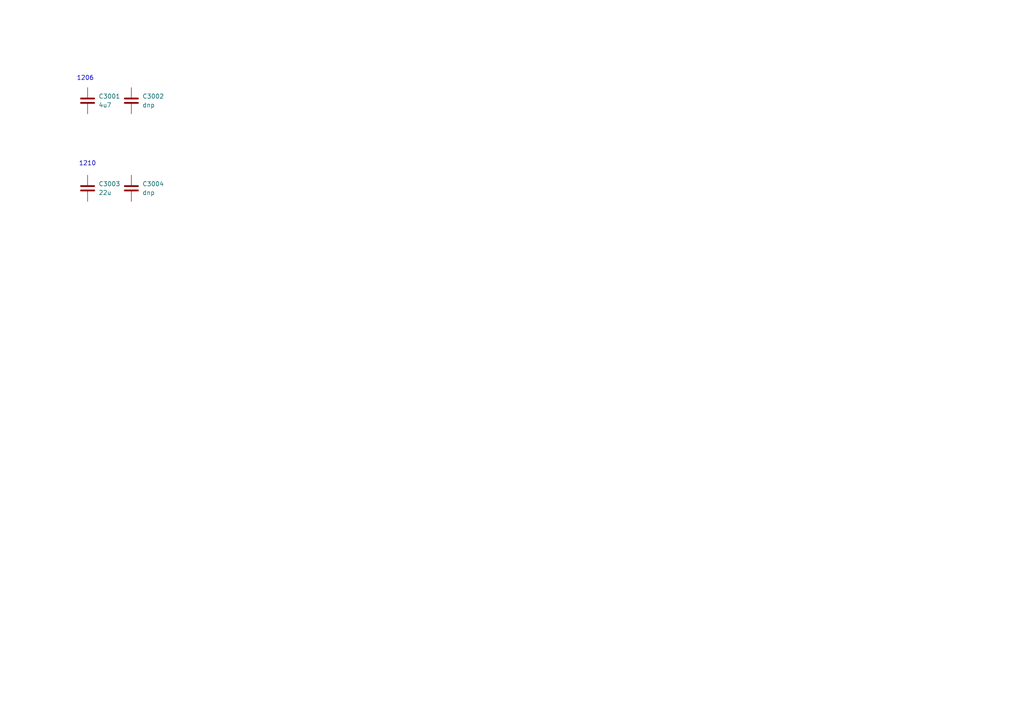
<source format=kicad_sch>
(kicad_sch
	(version 20250114)
	(generator "eeschema")
	(generator_version "9.0")
	(uuid "4239f3a3-5761-4a6b-8cc5-58e849baa203")
	(paper "A4")
	(title_block
		(title "Capacitors")
		(date "2025-02-13")
		(rev "1")
		(comment 1 "-")
		(comment 2 "-")
	)
	(lib_symbols
		(symbol "lily_symbols:cap_22u_25V_10%_X7R_1210"
			(pin_numbers
				(hide yes)
			)
			(pin_names
				(offset 0)
				(hide yes)
			)
			(exclude_from_sim no)
			(in_bom yes)
			(on_board yes)
			(property "Reference" "C"
				(at 3.175 -2.54 0)
				(effects
					(font
						(size 1.27 1.27)
					)
					(justify left)
				)
			)
			(property "Value" "22u"
				(at 3.175 -5.08 0)
				(effects
					(font
						(size 1.27 1.27)
					)
					(justify left)
				)
			)
			(property "Footprint" "lily_footprints:cap_1210"
				(at 0 -15.24 0)
				(effects
					(font
						(size 1.27 1.27)
					)
					(hide yes)
				)
			)
			(property "Datasheet" ""
				(at 0 -3.81 0)
				(effects
					(font
						(size 1.27 1.27)
					)
					(hide yes)
				)
			)
			(property "Description" ""
				(at 0 0 0)
				(effects
					(font
						(size 1.27 1.27)
					)
					(hide yes)
				)
			)
			(property "Revision" "1"
				(at 0 -10.16 0)
				(effects
					(font
						(size 1.27 1.27)
					)
					(hide yes)
				)
			)
			(property "Status" "Active"
				(at 0 -12.7 0)
				(effects
					(font
						(size 1.27 1.27)
					)
					(hide yes)
				)
			)
			(property "Manufacturer" "Samwha Capacitor"
				(at 0 -17.78 0)
				(effects
					(font
						(size 1.27 1.27)
					)
					(hide yes)
				)
			)
			(property "Manufacturer_ID" "CS3225X7R226K250NRL"
				(at 0 -20.32 0)
				(effects
					(font
						(size 1.27 1.27)
					)
					(hide yes)
				)
			)
			(property "Lily_ID" "1912-42207"
				(at 0 -22.86 0)
				(effects
					(font
						(size 1.27 1.27)
					)
					(hide yes)
				)
			)
			(property "JLCPCB_ID" "C2918511"
				(at 0 -25.4 0)
				(effects
					(font
						(size 1.27 1.27)
					)
					(hide yes)
				)
			)
			(property "JLCPCB_STATUS" "Extended"
				(at 0 -27.94 0)
				(effects
					(font
						(size 1.27 1.27)
					)
					(hide yes)
				)
			)
			(symbol "cap_22u_25V_10%_X7R_1210_0_1"
				(polyline
					(pts
						(xy -1.905 -3.175) (xy 1.905 -3.175)
					)
					(stroke
						(width 0.508)
						(type default)
					)
					(fill
						(type none)
					)
				)
				(polyline
					(pts
						(xy -1.905 -4.445) (xy 1.905 -4.445)
					)
					(stroke
						(width 0.508)
						(type default)
					)
					(fill
						(type none)
					)
				)
			)
			(symbol "cap_22u_25V_10%_X7R_1210_1_1"
				(pin passive line
					(at 0 0 270)
					(length 3.175)
					(name "~"
						(effects
							(font
								(size 1.27 1.27)
							)
						)
					)
					(number "1"
						(effects
							(font
								(size 1.27 1.27)
							)
						)
					)
				)
				(pin passive line
					(at 0 -7.62 90)
					(length 3.175)
					(name "~"
						(effects
							(font
								(size 1.27 1.27)
							)
						)
					)
					(number "2"
						(effects
							(font
								(size 1.27 1.27)
							)
						)
					)
				)
			)
			(embedded_fonts no)
		)
		(symbol "lily_symbols:cap_4u7_50V_10%_X7R_1206"
			(pin_numbers
				(hide yes)
			)
			(pin_names
				(offset 0)
				(hide yes)
			)
			(exclude_from_sim no)
			(in_bom yes)
			(on_board yes)
			(property "Reference" "C"
				(at 3.175 -2.54 0)
				(effects
					(font
						(size 1.27 1.27)
					)
					(justify left)
				)
			)
			(property "Value" "4u7"
				(at 3.175 -5.08 0)
				(effects
					(font
						(size 1.27 1.27)
					)
					(justify left)
				)
			)
			(property "Footprint" "lily_footprints:cap_1206"
				(at 0 -15.24 0)
				(effects
					(font
						(size 1.27 1.27)
					)
					(hide yes)
				)
			)
			(property "Datasheet" ""
				(at 0 -3.81 0)
				(effects
					(font
						(size 1.27 1.27)
					)
					(hide yes)
				)
			)
			(property "Description" ""
				(at 0 0 0)
				(effects
					(font
						(size 1.27 1.27)
					)
					(hide yes)
				)
			)
			(property "Revision" "1"
				(at 0 -10.16 0)
				(effects
					(font
						(size 1.27 1.27)
					)
					(hide yes)
				)
			)
			(property "Status" "Active"
				(at 0 -12.7 0)
				(effects
					(font
						(size 1.27 1.27)
					)
					(hide yes)
				)
			)
			(property "Manufacturer" "Guangdong Fenghua Advanced Tech"
				(at 0 -17.78 0)
				(effects
					(font
						(size 1.27 1.27)
					)
					(hide yes)
				)
			)
			(property "Manufacturer_ID" "1206B475K500NT"
				(at 0 -20.32 0)
				(effects
					(font
						(size 1.27 1.27)
					)
					(hide yes)
				)
			)
			(property "Lily_ID" "1912-24706"
				(at 0 -22.86 0)
				(effects
					(font
						(size 1.27 1.27)
					)
					(hide yes)
				)
			)
			(property "JLCPCB_ID" "C29823"
				(at 0 -25.4 0)
				(effects
					(font
						(size 1.27 1.27)
					)
					(hide yes)
				)
			)
			(property "JLCPCB_STATUS" "Basic"
				(at 0 -27.94 0)
				(effects
					(font
						(size 1.27 1.27)
					)
					(hide yes)
				)
			)
			(symbol "cap_4u7_50V_10%_X7R_1206_0_1"
				(polyline
					(pts
						(xy -1.905 -3.175) (xy 1.905 -3.175)
					)
					(stroke
						(width 0.508)
						(type default)
					)
					(fill
						(type none)
					)
				)
				(polyline
					(pts
						(xy -1.905 -4.445) (xy 1.905 -4.445)
					)
					(stroke
						(width 0.508)
						(type default)
					)
					(fill
						(type none)
					)
				)
			)
			(symbol "cap_4u7_50V_10%_X7R_1206_1_1"
				(pin passive line
					(at 0 0 270)
					(length 3.175)
					(name "~"
						(effects
							(font
								(size 1.27 1.27)
							)
						)
					)
					(number "1"
						(effects
							(font
								(size 1.27 1.27)
							)
						)
					)
				)
				(pin passive line
					(at 0 -7.62 90)
					(length 3.175)
					(name "~"
						(effects
							(font
								(size 1.27 1.27)
							)
						)
					)
					(number "2"
						(effects
							(font
								(size 1.27 1.27)
							)
						)
					)
				)
			)
			(embedded_fonts no)
		)
		(symbol "lily_symbols:cap_do_not_populate_1206"
			(pin_numbers
				(hide yes)
			)
			(pin_names
				(offset 0)
				(hide yes)
			)
			(exclude_from_sim no)
			(in_bom yes)
			(on_board yes)
			(property "Reference" "C"
				(at 3.175 -2.54 0)
				(effects
					(font
						(size 1.27 1.27)
					)
					(justify left)
				)
			)
			(property "Value" "dnp"
				(at 3.175 -5.08 0)
				(effects
					(font
						(size 1.27 1.27)
					)
					(justify left)
				)
			)
			(property "Footprint" "lily_footprints:cap_1206_dnp"
				(at 0 -12.065 0)
				(effects
					(font
						(size 1.27 1.27)
					)
					(hide yes)
				)
			)
			(property "Datasheet" ""
				(at 0 -3.81 0)
				(effects
					(font
						(size 1.27 1.27)
					)
					(hide yes)
				)
			)
			(property "Description" ""
				(at 0 0 0)
				(effects
					(font
						(size 1.27 1.27)
					)
					(hide yes)
				)
			)
			(property "Revision" "1"
				(at 0 -10.16 0)
				(effects
					(font
						(size 1.27 1.27)
					)
					(hide yes)
				)
			)
			(symbol "cap_do_not_populate_1206_0_1"
				(polyline
					(pts
						(xy -1.905 -3.175) (xy 1.905 -3.175)
					)
					(stroke
						(width 0.508)
						(type default)
					)
					(fill
						(type none)
					)
				)
				(polyline
					(pts
						(xy -1.905 -4.445) (xy 1.905 -4.445)
					)
					(stroke
						(width 0.508)
						(type default)
					)
					(fill
						(type none)
					)
				)
			)
			(symbol "cap_do_not_populate_1206_1_1"
				(pin passive line
					(at 0 0 270)
					(length 3.175)
					(name "~"
						(effects
							(font
								(size 1.27 1.27)
							)
						)
					)
					(number "1"
						(effects
							(font
								(size 1.27 1.27)
							)
						)
					)
				)
				(pin passive line
					(at 0 -7.62 90)
					(length 3.175)
					(name "~"
						(effects
							(font
								(size 1.27 1.27)
							)
						)
					)
					(number "2"
						(effects
							(font
								(size 1.27 1.27)
							)
						)
					)
				)
			)
			(embedded_fonts no)
		)
		(symbol "lily_symbols:cap_do_not_populate_1210"
			(pin_numbers
				(hide yes)
			)
			(pin_names
				(offset 0)
				(hide yes)
			)
			(exclude_from_sim no)
			(in_bom yes)
			(on_board yes)
			(property "Reference" "C"
				(at 3.175 -2.54 0)
				(effects
					(font
						(size 1.27 1.27)
					)
					(justify left)
				)
			)
			(property "Value" "dnp"
				(at 3.175 -5.08 0)
				(effects
					(font
						(size 1.27 1.27)
					)
					(justify left)
				)
			)
			(property "Footprint" "lily_footprints:cap_1210_dnp"
				(at 0 -12.065 0)
				(effects
					(font
						(size 1.27 1.27)
					)
					(hide yes)
				)
			)
			(property "Datasheet" ""
				(at 0 -3.81 0)
				(effects
					(font
						(size 1.27 1.27)
					)
					(hide yes)
				)
			)
			(property "Description" ""
				(at 0 0 0)
				(effects
					(font
						(size 1.27 1.27)
					)
					(hide yes)
				)
			)
			(property "Revision" "1"
				(at 0 -10.16 0)
				(effects
					(font
						(size 1.27 1.27)
					)
					(hide yes)
				)
			)
			(symbol "cap_do_not_populate_1210_0_1"
				(polyline
					(pts
						(xy -1.905 -3.175) (xy 1.905 -3.175)
					)
					(stroke
						(width 0.508)
						(type default)
					)
					(fill
						(type none)
					)
				)
				(polyline
					(pts
						(xy -1.905 -4.445) (xy 1.905 -4.445)
					)
					(stroke
						(width 0.508)
						(type default)
					)
					(fill
						(type none)
					)
				)
			)
			(symbol "cap_do_not_populate_1210_1_1"
				(pin passive line
					(at 0 0 270)
					(length 3.175)
					(name "~"
						(effects
							(font
								(size 1.27 1.27)
							)
						)
					)
					(number "1"
						(effects
							(font
								(size 1.27 1.27)
							)
						)
					)
				)
				(pin passive line
					(at 0 -7.62 90)
					(length 3.175)
					(name "~"
						(effects
							(font
								(size 1.27 1.27)
							)
						)
					)
					(number "2"
						(effects
							(font
								(size 1.27 1.27)
							)
						)
					)
				)
			)
			(embedded_fonts no)
		)
	)
	(text "1210"
		(exclude_from_sim no)
		(at 22.86 48.26 0)
		(effects
			(font
				(size 1.27 1.27)
			)
			(justify left bottom)
		)
		(uuid "0739bfbe-febf-4dbd-b311-b49c72e6c96c")
	)
	(text "1206"
		(exclude_from_sim no)
		(at 22.225 23.495 0)
		(effects
			(font
				(size 1.27 1.27)
			)
			(justify left bottom)
		)
		(uuid "9d3d6a72-4f3f-4fdf-8411-191494f0f84c")
	)
	(symbol
		(lib_id "lily_symbols:cap_4u7_50V_10%_X7R_1206")
		(at 25.4 25.4 0)
		(unit 1)
		(exclude_from_sim no)
		(in_bom yes)
		(on_board yes)
		(dnp no)
		(uuid "0565e81c-d241-435d-9e99-910ef5e3c416")
		(property "Reference" "C3001"
			(at 28.575 27.94 0)
			(effects
				(font
					(size 1.27 1.27)
				)
				(justify left)
			)
		)
		(property "Value" "4u7"
			(at 28.575 30.48 0)
			(effects
				(font
					(size 1.27 1.27)
				)
				(justify left)
			)
		)
		(property "Footprint" "lily_footprints:cap_1206"
			(at 25.4 40.64 0)
			(effects
				(font
					(size 1.27 1.27)
				)
				(hide yes)
			)
		)
		(property "Datasheet" ""
			(at 25.4 29.21 0)
			(effects
				(font
					(size 1.27 1.27)
				)
				(hide yes)
			)
		)
		(property "Description" ""
			(at 25.4 25.4 0)
			(effects
				(font
					(size 1.27 1.27)
				)
				(hide yes)
			)
		)
		(property "Revision" "1"
			(at 25.4 35.56 0)
			(effects
				(font
					(size 1.27 1.27)
				)
				(hide yes)
			)
		)
		(property "Status" "Active"
			(at 25.4 38.1 0)
			(effects
				(font
					(size 1.27 1.27)
				)
				(hide yes)
			)
		)
		(property "Manufacturer" "Guangdong Fenghua Advanced Tech"
			(at 25.4 43.18 0)
			(effects
				(font
					(size 1.27 1.27)
				)
				(hide yes)
			)
		)
		(property "Manufacturer_ID" "1206B475K500NT"
			(at 25.4 45.72 0)
			(effects
				(font
					(size 1.27 1.27)
				)
				(hide yes)
			)
		)
		(property "Lily_ID" "1912-24706"
			(at 25.4 48.26 0)
			(effects
				(font
					(size 1.27 1.27)
				)
				(hide yes)
			)
		)
		(property "JLCPCB_ID" "C29823"
			(at 25.4 50.8 0)
			(effects
				(font
					(size 1.27 1.27)
				)
				(hide yes)
			)
		)
		(property "JLCPCB_STATUS" "Basic"
			(at 25.4 53.34 0)
			(effects
				(font
					(size 1.27 1.27)
				)
				(hide yes)
			)
		)
		(pin "1"
			(uuid "3f8a9153-c7e8-420b-9e56-2716a23780da")
		)
		(pin "2"
			(uuid "439fc010-9c41-4ae3-b8b9-e80d9bedbbb1")
		)
		(instances
			(project ""
				(path "/e63e39d7-6ac0-4ffd-8aa3-1841a4541b55/1d164094-f4c1-44db-89b1-f501c3d63dea"
					(reference "C3001")
					(unit 1)
				)
			)
		)
	)
	(symbol
		(lib_id "lily_symbols:cap_22u_25V_10%_X7R_1210")
		(at 25.4 50.8 0)
		(unit 1)
		(exclude_from_sim no)
		(in_bom yes)
		(on_board yes)
		(dnp no)
		(uuid "089b8c34-55d4-4b02-81eb-00e738f24f9d")
		(property "Reference" "C3003"
			(at 28.575 53.34 0)
			(effects
				(font
					(size 1.27 1.27)
				)
				(justify left)
			)
		)
		(property "Value" "22u"
			(at 28.575 55.88 0)
			(effects
				(font
					(size 1.27 1.27)
				)
				(justify left)
			)
		)
		(property "Footprint" "lily_footprints:cap_1210"
			(at 25.4 66.04 0)
			(effects
				(font
					(size 1.27 1.27)
				)
				(hide yes)
			)
		)
		(property "Datasheet" ""
			(at 25.4 54.61 0)
			(effects
				(font
					(size 1.27 1.27)
				)
				(hide yes)
			)
		)
		(property "Description" ""
			(at 25.4 50.8 0)
			(effects
				(font
					(size 1.27 1.27)
				)
				(hide yes)
			)
		)
		(property "Revision" "1"
			(at 25.4 60.96 0)
			(effects
				(font
					(size 1.27 1.27)
				)
				(hide yes)
			)
		)
		(property "Status" "Active"
			(at 25.4 63.5 0)
			(effects
				(font
					(size 1.27 1.27)
				)
				(hide yes)
			)
		)
		(property "Manufacturer" "Samwha Capacitor"
			(at 25.4 68.58 0)
			(effects
				(font
					(size 1.27 1.27)
				)
				(hide yes)
			)
		)
		(property "Manufacturer_ID" "CS3225X7R226K250NRL"
			(at 25.4 71.12 0)
			(effects
				(font
					(size 1.27 1.27)
				)
				(hide yes)
			)
		)
		(property "Lily_ID" "1912-42207"
			(at 25.4 73.66 0)
			(effects
				(font
					(size 1.27 1.27)
				)
				(hide yes)
			)
		)
		(property "JLCPCB_ID" "C2918511"
			(at 25.4 76.2 0)
			(effects
				(font
					(size 1.27 1.27)
				)
				(hide yes)
			)
		)
		(property "JLCPCB_STATUS" "Extended"
			(at 25.4 78.74 0)
			(effects
				(font
					(size 1.27 1.27)
				)
				(hide yes)
			)
		)
		(pin "1"
			(uuid "f689afd7-a81f-4eee-b1ab-408b84ea8549")
		)
		(pin "2"
			(uuid "6eb590f0-5d1f-43a4-8bef-a741f0711c2a")
		)
		(instances
			(project ""
				(path "/e63e39d7-6ac0-4ffd-8aa3-1841a4541b55/1d164094-f4c1-44db-89b1-f501c3d63dea"
					(reference "C3003")
					(unit 1)
				)
			)
		)
	)
	(symbol
		(lib_id "lily_symbols:cap_do_not_populate_1206")
		(at 38.1 25.4 0)
		(unit 1)
		(exclude_from_sim no)
		(in_bom yes)
		(on_board yes)
		(dnp no)
		(uuid "1a60f3b4-9ee8-438c-97b7-840f00da9007")
		(property "Reference" "C3002"
			(at 41.275 27.94 0)
			(effects
				(font
					(size 1.27 1.27)
				)
				(justify left)
			)
		)
		(property "Value" "dnp"
			(at 41.275 30.48 0)
			(effects
				(font
					(size 1.27 1.27)
				)
				(justify left)
			)
		)
		(property "Footprint" "lily_footprints:cap_1206_dnp"
			(at 38.1 37.465 0)
			(effects
				(font
					(size 1.27 1.27)
				)
				(hide yes)
			)
		)
		(property "Datasheet" ""
			(at 38.1 29.21 0)
			(effects
				(font
					(size 1.27 1.27)
				)
				(hide yes)
			)
		)
		(property "Description" ""
			(at 38.1 25.4 0)
			(effects
				(font
					(size 1.27 1.27)
				)
				(hide yes)
			)
		)
		(property "Revision" "1"
			(at 38.1 35.56 0)
			(effects
				(font
					(size 1.27 1.27)
				)
				(hide yes)
			)
		)
		(pin "2"
			(uuid "c306fd4f-3121-44e7-b98e-7018db58852a")
		)
		(pin "1"
			(uuid "b2d346d2-cb3b-421b-b2de-8a2dd8b5e126")
		)
		(instances
			(project ""
				(path "/e63e39d7-6ac0-4ffd-8aa3-1841a4541b55/1d164094-f4c1-44db-89b1-f501c3d63dea"
					(reference "C3002")
					(unit 1)
				)
			)
		)
	)
	(symbol
		(lib_id "lily_symbols:cap_do_not_populate_1210")
		(at 38.1 50.8 0)
		(unit 1)
		(exclude_from_sim no)
		(in_bom yes)
		(on_board yes)
		(dnp no)
		(uuid "c9f930e8-7cae-4ca6-916b-934b2268d60a")
		(property "Reference" "C3004"
			(at 41.275 53.34 0)
			(effects
				(font
					(size 1.27 1.27)
				)
				(justify left)
			)
		)
		(property "Value" "dnp"
			(at 41.275 55.88 0)
			(effects
				(font
					(size 1.27 1.27)
				)
				(justify left)
			)
		)
		(property "Footprint" "lily_footprints:cap_1210_dnp"
			(at 38.1 62.865 0)
			(effects
				(font
					(size 1.27 1.27)
				)
				(hide yes)
			)
		)
		(property "Datasheet" ""
			(at 38.1 54.61 0)
			(effects
				(font
					(size 1.27 1.27)
				)
				(hide yes)
			)
		)
		(property "Description" ""
			(at 38.1 50.8 0)
			(effects
				(font
					(size 1.27 1.27)
				)
				(hide yes)
			)
		)
		(property "Revision" "1"
			(at 38.1 60.96 0)
			(effects
				(font
					(size 1.27 1.27)
				)
				(hide yes)
			)
		)
		(pin "1"
			(uuid "35b840c3-79cb-439f-af87-2106cb9cf148")
		)
		(pin "2"
			(uuid "06c2427c-0d5c-4ce5-b404-a7c3f47366b8")
		)
		(instances
			(project ""
				(path "/e63e39d7-6ac0-4ffd-8aa3-1841a4541b55/1d164094-f4c1-44db-89b1-f501c3d63dea"
					(reference "C3004")
					(unit 1)
				)
			)
		)
	)
)

</source>
